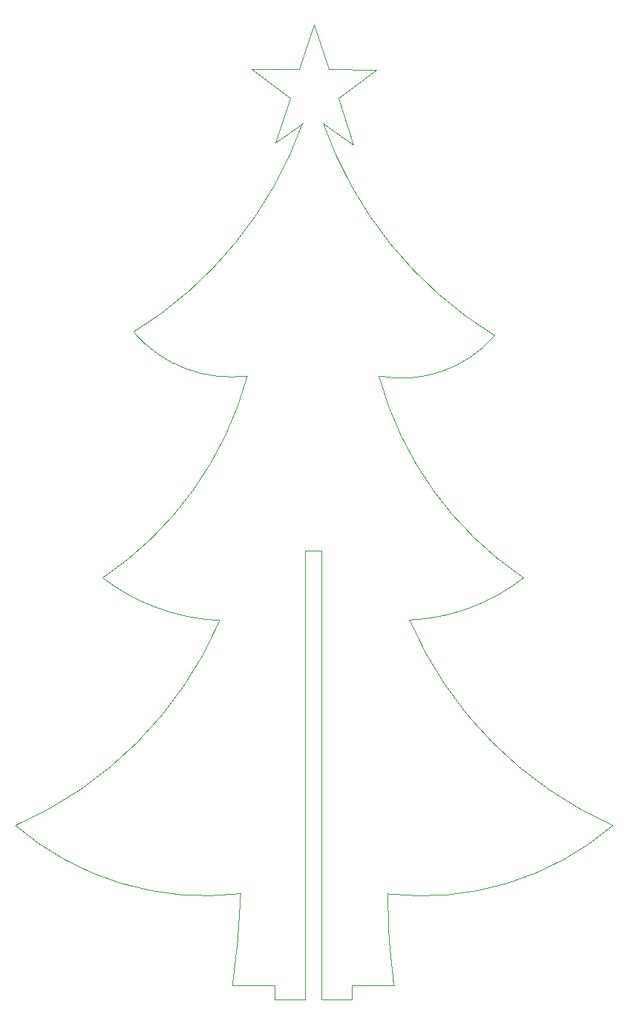
<source format=gm1>
%TF.GenerationSoftware,KiCad,Pcbnew,(6.0.7)*%
%TF.CreationDate,2022-11-21T20:11:54+01:00*%
%TF.ProjectId,Arbolito Tronco 2,4172626f-6c69-4746-9f20-54726f6e636f,rev?*%
%TF.SameCoordinates,Original*%
%TF.FileFunction,Profile,NP*%
%FSLAX46Y46*%
G04 Gerber Fmt 4.6, Leading zero omitted, Abs format (unit mm)*
G04 Created by KiCad (PCBNEW (6.0.7)) date 2022-11-21 20:11:54*
%MOMM*%
%LPD*%
G01*
G04 APERTURE LIST*
%TA.AperFunction,Profile*%
%ADD10C,0.100000*%
%TD*%
G04 APERTURE END LIST*
D10*
X138600000Y-78900000D02*
X138600000Y-130000000D01*
X147000005Y-58999999D02*
G75*
G03*
X163500000Y-82000000I39068195J10608699D01*
G01*
X137900000Y-24050000D02*
X132500000Y-24050000D01*
X135100000Y-130000000D02*
X135100000Y-128400000D01*
X142350000Y-27300000D02*
X144050000Y-32700000D01*
X142350000Y-27300000D02*
X146700000Y-24100000D01*
X135100000Y-128400000D02*
X130300000Y-128400000D01*
X148000002Y-117999981D02*
G75*
G03*
X173700000Y-110200000I3955898J33204981D01*
G01*
X119000000Y-53999999D02*
G75*
G03*
X138300000Y-30200000I-24050170J39228289D01*
G01*
X115500000Y-82000000D02*
G75*
G03*
X132000000Y-59000000I-22568230J33608730D01*
G01*
X139600000Y-18950000D02*
X137900000Y-24050000D01*
X140400000Y-78900000D02*
X140400000Y-130000000D01*
X138600000Y-130000000D02*
X135100000Y-130000000D01*
X105537921Y-110210808D02*
G75*
G03*
X128850000Y-86850000I-17821031J41095988D01*
G01*
X105537918Y-110210811D02*
G75*
G03*
X131237047Y-117978087I21678582J25328411D01*
G01*
X143900000Y-130000000D02*
X140400000Y-130000000D01*
X150500001Y-86800026D02*
G75*
G03*
X163500000Y-82000000I-994101J22696426D01*
G01*
X141300000Y-24050000D02*
X146700000Y-24100000D01*
X146999995Y-59000027D02*
G75*
G03*
X160200000Y-54400000I2599405J13779927D01*
G01*
X148000004Y-118000000D02*
G75*
G03*
X148700000Y-128400000I72790896J-324200D01*
G01*
X141300000Y-24050000D02*
X139600000Y-18950000D01*
X130300002Y-128400000D02*
G75*
G03*
X131237047Y-117978087I-93617202J13670300D01*
G01*
X140650003Y-30199999D02*
G75*
G03*
X160200000Y-54400000I43839877J15419349D01*
G01*
X115499997Y-82000004D02*
G75*
G03*
X128850000Y-86850000I14385803J18799604D01*
G01*
X135200000Y-32450000D02*
X138300000Y-30200000D01*
X150499964Y-86800016D02*
G75*
G03*
X173700000Y-110200000I41408836J17854116D01*
G01*
X140400000Y-78900000D02*
X138600000Y-78900000D01*
X144050000Y-32700000D02*
X140650000Y-30200000D01*
X148700000Y-128400000D02*
X143900000Y-128400000D01*
X132500000Y-24050000D02*
X136850000Y-27350000D01*
X119000010Y-53999991D02*
G75*
G03*
X132000000Y-59000000I11187890J9688491D01*
G01*
X143900000Y-128400000D02*
X143900000Y-130000000D01*
X136850000Y-27350000D02*
X135200000Y-32450000D01*
M02*

</source>
